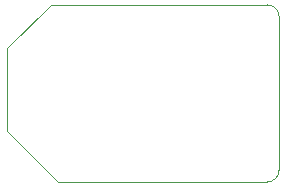
<source format=gm1>
%TF.GenerationSoftware,KiCad,Pcbnew,6.0.4-6f826c9f35~116~ubuntu18.04.1*%
%TF.CreationDate,2022-04-20T20:45:48+02:00*%
%TF.ProjectId,FETProbe_tiny,46455450-726f-4626-955f-74696e792e6b,rev?*%
%TF.SameCoordinates,Original*%
%TF.FileFunction,Profile,NP*%
%FSLAX46Y46*%
G04 Gerber Fmt 4.6, Leading zero omitted, Abs format (unit mm)*
G04 Created by KiCad (PCBNEW 6.0.4-6f826c9f35~116~ubuntu18.04.1) date 2022-04-20 20:45:48*
%MOMM*%
%LPD*%
G01*
G04 APERTURE LIST*
%TA.AperFunction,Profile*%
%ADD10C,0.100000*%
%TD*%
G04 APERTURE END LIST*
D10*
X124000000Y-107500000D02*
G75*
G03*
X125000000Y-106500000I0J1000000D01*
G01*
X102000000Y-103200000D02*
X102000000Y-96200000D01*
X125000000Y-93500000D02*
G75*
G03*
X124000000Y-92500000I-1000000J0D01*
G01*
X125000000Y-93500000D02*
X125000000Y-106500000D01*
X102000000Y-96200000D02*
X105700000Y-92500000D01*
X106300000Y-107500000D02*
X124000000Y-107500000D01*
X102000000Y-103200000D02*
X106300000Y-107500000D01*
X105700000Y-92500000D02*
X124000000Y-92500000D01*
M02*

</source>
